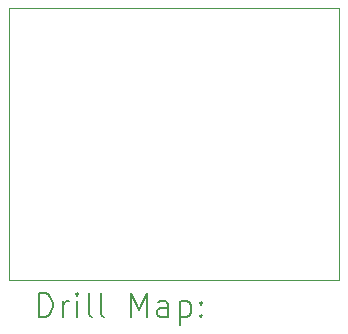
<source format=gbr>
%TF.GenerationSoftware,KiCad,Pcbnew,8.0.5*%
%TF.CreationDate,2024-12-01T15:07:40+09:00*%
%TF.ProjectId,PCA9685_ver4,50434139-3638-4355-9f76-6572342e6b69,rev?*%
%TF.SameCoordinates,Original*%
%TF.FileFunction,Drillmap*%
%TF.FilePolarity,Positive*%
%FSLAX45Y45*%
G04 Gerber Fmt 4.5, Leading zero omitted, Abs format (unit mm)*
G04 Created by KiCad (PCBNEW 8.0.5) date 2024-12-01 15:07:40*
%MOMM*%
%LPD*%
G01*
G04 APERTURE LIST*
%ADD10C,0.050000*%
%ADD11C,0.200000*%
G04 APERTURE END LIST*
D10*
X13470000Y-5220000D02*
X16270000Y-5220000D01*
X16270000Y-7520000D01*
X13470000Y-7520000D01*
X13470000Y-5220000D01*
D11*
X13728277Y-7833984D02*
X13728277Y-7633984D01*
X13728277Y-7633984D02*
X13775896Y-7633984D01*
X13775896Y-7633984D02*
X13804467Y-7643508D01*
X13804467Y-7643508D02*
X13823515Y-7662555D01*
X13823515Y-7662555D02*
X13833039Y-7681603D01*
X13833039Y-7681603D02*
X13842562Y-7719698D01*
X13842562Y-7719698D02*
X13842562Y-7748269D01*
X13842562Y-7748269D02*
X13833039Y-7786365D01*
X13833039Y-7786365D02*
X13823515Y-7805412D01*
X13823515Y-7805412D02*
X13804467Y-7824460D01*
X13804467Y-7824460D02*
X13775896Y-7833984D01*
X13775896Y-7833984D02*
X13728277Y-7833984D01*
X13928277Y-7833984D02*
X13928277Y-7700650D01*
X13928277Y-7738746D02*
X13937801Y-7719698D01*
X13937801Y-7719698D02*
X13947324Y-7710174D01*
X13947324Y-7710174D02*
X13966372Y-7700650D01*
X13966372Y-7700650D02*
X13985420Y-7700650D01*
X14052086Y-7833984D02*
X14052086Y-7700650D01*
X14052086Y-7633984D02*
X14042562Y-7643508D01*
X14042562Y-7643508D02*
X14052086Y-7653031D01*
X14052086Y-7653031D02*
X14061610Y-7643508D01*
X14061610Y-7643508D02*
X14052086Y-7633984D01*
X14052086Y-7633984D02*
X14052086Y-7653031D01*
X14175896Y-7833984D02*
X14156848Y-7824460D01*
X14156848Y-7824460D02*
X14147324Y-7805412D01*
X14147324Y-7805412D02*
X14147324Y-7633984D01*
X14280658Y-7833984D02*
X14261610Y-7824460D01*
X14261610Y-7824460D02*
X14252086Y-7805412D01*
X14252086Y-7805412D02*
X14252086Y-7633984D01*
X14509229Y-7833984D02*
X14509229Y-7633984D01*
X14509229Y-7633984D02*
X14575896Y-7776841D01*
X14575896Y-7776841D02*
X14642562Y-7633984D01*
X14642562Y-7633984D02*
X14642562Y-7833984D01*
X14823515Y-7833984D02*
X14823515Y-7729222D01*
X14823515Y-7729222D02*
X14813991Y-7710174D01*
X14813991Y-7710174D02*
X14794943Y-7700650D01*
X14794943Y-7700650D02*
X14756848Y-7700650D01*
X14756848Y-7700650D02*
X14737801Y-7710174D01*
X14823515Y-7824460D02*
X14804467Y-7833984D01*
X14804467Y-7833984D02*
X14756848Y-7833984D01*
X14756848Y-7833984D02*
X14737801Y-7824460D01*
X14737801Y-7824460D02*
X14728277Y-7805412D01*
X14728277Y-7805412D02*
X14728277Y-7786365D01*
X14728277Y-7786365D02*
X14737801Y-7767317D01*
X14737801Y-7767317D02*
X14756848Y-7757793D01*
X14756848Y-7757793D02*
X14804467Y-7757793D01*
X14804467Y-7757793D02*
X14823515Y-7748269D01*
X14918753Y-7700650D02*
X14918753Y-7900650D01*
X14918753Y-7710174D02*
X14937801Y-7700650D01*
X14937801Y-7700650D02*
X14975896Y-7700650D01*
X14975896Y-7700650D02*
X14994943Y-7710174D01*
X14994943Y-7710174D02*
X15004467Y-7719698D01*
X15004467Y-7719698D02*
X15013991Y-7738746D01*
X15013991Y-7738746D02*
X15013991Y-7795888D01*
X15013991Y-7795888D02*
X15004467Y-7814936D01*
X15004467Y-7814936D02*
X14994943Y-7824460D01*
X14994943Y-7824460D02*
X14975896Y-7833984D01*
X14975896Y-7833984D02*
X14937801Y-7833984D01*
X14937801Y-7833984D02*
X14918753Y-7824460D01*
X15099705Y-7814936D02*
X15109229Y-7824460D01*
X15109229Y-7824460D02*
X15099705Y-7833984D01*
X15099705Y-7833984D02*
X15090182Y-7824460D01*
X15090182Y-7824460D02*
X15099705Y-7814936D01*
X15099705Y-7814936D02*
X15099705Y-7833984D01*
X15099705Y-7710174D02*
X15109229Y-7719698D01*
X15109229Y-7719698D02*
X15099705Y-7729222D01*
X15099705Y-7729222D02*
X15090182Y-7719698D01*
X15090182Y-7719698D02*
X15099705Y-7710174D01*
X15099705Y-7710174D02*
X15099705Y-7729222D01*
M02*

</source>
